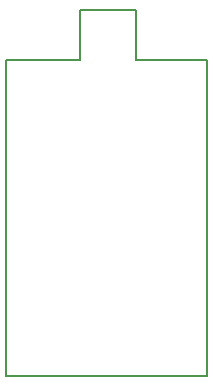
<source format=gm1>
G04 #@! TF.FileFunction,Profile,NP*
%FSLAX46Y46*%
G04 Gerber Fmt 4.6, Leading zero omitted, Abs format (unit mm)*
G04 Created by KiCad (PCBNEW (2015-10-08 BZR 6256, Git 7d5cb75)-product) date Fri 09 Oct 2015 09:14:55 PM CEST*
%MOMM*%
G01*
G04 APERTURE LIST*
%ADD10C,0.100000*%
%ADD11C,0.150000*%
G04 APERTURE END LIST*
D10*
D11*
X193250000Y-54500000D02*
X176250000Y-54500000D01*
X193250000Y-27750000D02*
X193250000Y-54500000D01*
X187250000Y-27750000D02*
X193250000Y-27750000D01*
X187250000Y-23500000D02*
X187250000Y-27750000D01*
X182500000Y-23500000D02*
X187250000Y-23500000D01*
X182500000Y-27750000D02*
X182500000Y-23500000D01*
X176250000Y-27750000D02*
X182500000Y-27750000D01*
X176250000Y-54500000D02*
X176250000Y-27750000D01*
M02*

</source>
